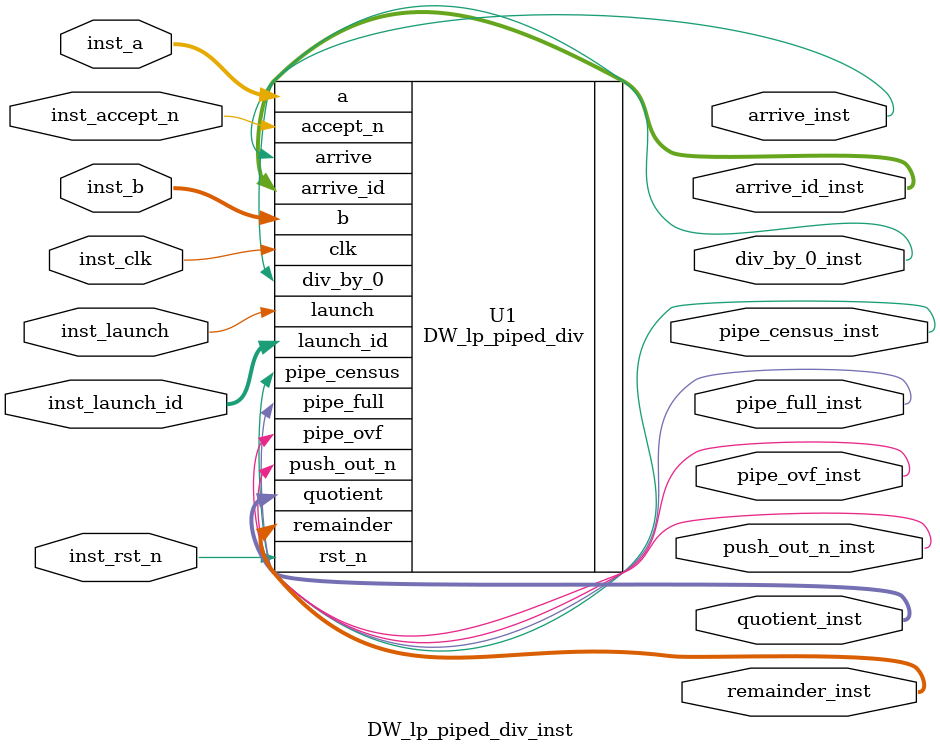
<source format=v>
module DW_lp_piped_div_inst( inst_clk,
                             inst_rst_n,
                             inst_a,
                             inst_b,
                             quotient_inst,
                             
		             remainder_inst,
                             div_by_0_inst,
                             inst_launch,
                             inst_launch_id,
                             pipe_full_inst,
                             
		             pipe_ovf_inst,
                             inst_accept_n,
                             arrive_inst,
                             arrive_id_inst,
                             push_out_n_inst,
                             
		             pipe_census_inst );
parameter a_width = 4;
parameter b_width = 2;
parameter id_width = 4;
parameter in_reg = 0;
parameter stages = 1;
parameter out_reg = 0;
parameter tc_mode = 1;
parameter rst_mode = 0;
parameter rem_mode = 1;
parameter op_iso_mode = 0;



`define m 1
`define bit_width_m 1

input inst_clk;
input inst_rst_n;
input [a_width-1 : 0] inst_a;
input [b_width-1 : 0] inst_b;
output [a_width-1 : 0] quotient_inst;
output [b_width-1 : 0] remainder_inst;
output div_by_0_inst;
input inst_launch;
input [id_width-1 : 0] inst_launch_id;
output pipe_full_inst;
output pipe_ovf_inst;
input inst_accept_n;
output arrive_inst;
output [id_width-1 : 0] arrive_id_inst;
output push_out_n_inst;
output [`bit_width_m-1 : 0] pipe_census_inst;

    // Instance of DW_lp_piped_div
    DW_lp_piped_div #(a_width,
                      b_width,
                      id_width,
                      in_reg,
                      stages,
                      out_reg,
                      tc_mode,
                      rst_mode,
                      rem_mode,
                      op_iso_mode)
	  U1 ( .clk(inst_clk),
               .rst_n(inst_rst_n),
               .a(inst_a),
               .b(inst_b),
               .quotient(quotient_inst),
               .remainder(remainder_inst),
               .div_by_0(div_by_0_inst),
               .launch(inst_launch),
               .launch_id(inst_launch_id),
               .pipe_full(pipe_full_inst),
               .pipe_ovf(pipe_ovf_inst),
               .accept_n(inst_accept_n),
               .arrive(arrive_inst),
               .arrive_id(arrive_id_inst),
               .push_out_n(push_out_n_inst),
               .pipe_census(pipe_census_inst) );

endmodule

</source>
